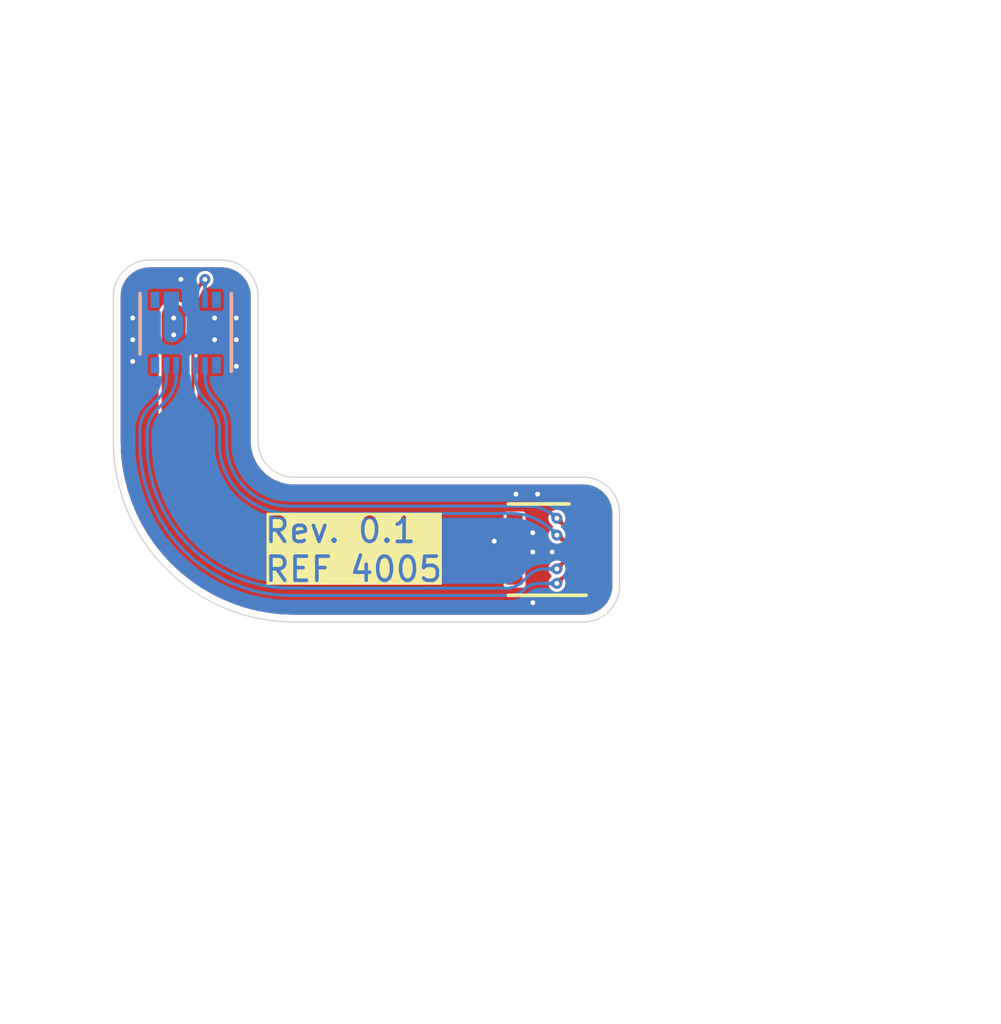
<source format=kicad_pcb>
(kicad_pcb (version 20221018) (generator pcbnew)
  (layers (0 "F.Cu" signal) (31 "B.Cu" signal) (34 "B.Paste" user) (35 "F.Paste" user) (36 "B.SilkS" user "B.Silkscreen") (37 "F.SilkS" user "F.Silkscreen") (38 "B.Mask" user) (39 "F.Mask" user) (44 "Edge.Cuts" user))
  (net 0 "")
  (net 1 "3V3_SBY")
  (net 2 "GND")
  (net 3 "/AUX_I2C_SDA")
  (net 4 "/AUX_I2C_SCL")
  (net 5 "/~{SYSCON_BOOTSEL}")
  (net 6 "/TS+")
  (net 7 "/TS-")
  (footprint "PS2:DF40C-10DP-0.4V51_HIR" (layer "F.Cu") (at 109.9 134.9 -90)
    (fp_text reference "J103" hide)
    (fp_text value "TO_GAMEPAD")
    (fp_line (start -1.8923 -0.9) (end -1.8923 1.6129) (stroke (width 0.1524)) (layer "F.SilkS"))
    (fp_line (start 1.8923 1.6129) (end 1.8923 -1.6129) (stroke (width 0.1524)) (layer "F.SilkS"))
    (pad "1" smd rect (at -0.800001 -1.355001 270) (size 0.2286 0.6604) (layers "F.Cu" "F.Paste" "F.Mask") (net 3 "/AUX_I2C_SDA"))
    (pad "2" smd rect (at -0.800001 1.355001 270) (size 0.2286 0.6604) (layers "F.Cu" "F.Paste" "F.Mask") (net 5 "/~{SYSCON_BOOTSEL}"))
    (pad "3" smd rect (at -0.399999 -1.355001 270) (size 0.2286 0.6604) (layers "F.Cu" "F.Paste" "F.Mask") (net 4 "/AUX_I2C_SCL"))
    (pad "4" smd rect (at -0.399999 1.355001 270) (size 0.2286 0.6604) (layers "F.Cu" "F.Paste" "F.Mask") (net 2 "GND"))
    (pad "5" smd rect (at 0 -1.355001 270) (size 0.2286 0.6604) (layers "F.Cu" "F.Paste" "F.Mask") (net 2 "GND"))
    (pad "6" smd rect (at 0 1.355001 270) (size 0.2286 0.6604) (layers "F.Cu" "F.Paste" "F.Mask") (net 2 "GND"))
    (pad "7" smd rect (at 0.399999 -1.355001 270) (size 0.2286 0.6604) (layers "F.Cu" "F.Paste" "F.Mask") (net 6 "/TS+"))
    (pad "8" smd rect (at 0.399999 1.355001 270) (size 0.2286 0.6604) (layers "F.Cu" "F.Paste" "F.Mask") (net 1 "3V3_SBY"))
    (pad "9" smd rect (at 0.800001 -1.355001 270) (size 0.2286 0.6604) (layers "F.Cu" "F.Paste" "F.Mask") (net 7 "/TS-"))
    (pad "10" smd rect (at 0.800001 1.355001 270) (size 0.2286 0.6604) (layers "F.Cu" "F.Paste" "F.Mask") (net 1 "3V3_SBY"))
    (pad "S1" smd rect (at -1.274999 -1.355001 270) (size 0.3556 0.6604) (layers "F.Cu" "F.Paste" "F.Mask"))
    (pad "S2" smd rect (at -1.274999 1.355001 270) (size 0.3556 0.6604) (layers "F.Cu" "F.Paste" "F.Mask"))
    (pad "S3" smd rect (at 1.274999 -1.355001 270) (size 0.3556 0.6604) (layers "F.Cu" "F.Paste" "F.Mask"))
    (pad "S4" smd rect (at 1.274999 1.355001 270) (size 0.3556 0.6604) (layers "F.Cu" "F.Paste" "F.Mask"))
  )
  (footprint "PS2:DF40C-10DP-0.4V51_HIR" (layer "B.Cu") (at 94.9 125.9)
    (fp_text reference "J101" hide)
    (fp_text value "TO_PS2")
    (fp_line (start -1.8923 0.9) (end -1.8923 -1.6129) (stroke (width 0.1524)) (layer "B.SilkS"))
    (fp_line (start 1.8923 -1.6129) (end 1.8923 1.6129) (stroke (width 0.1524)) (layer "B.SilkS"))
    (pad "1" smd rect (at -0.800001 1.355001) (size 0.2286 0.6604) (layers "B.Cu" "B.Paste" "B.Mask") (net 7 "/TS-"))
    (pad "2" smd rect (at -0.800001 -1.355001) (size 0.2286 0.6604) (layers "B.Cu" "B.Paste" "B.Mask") (net 1 "3V3_SBY"))
    (pad "3" smd rect (at -0.399999 1.355001) (size 0.2286 0.6604) (layers "B.Cu" "B.Paste" "B.Mask") (net 6 "/TS+"))
    (pad "4" smd rect (at -0.399999 -1.355001) (size 0.2286 0.6604) (layers "B.Cu" "B.Paste" "B.Mask") (net 1 "3V3_SBY"))
    (pad "5" smd rect (at 0 1.355001) (size 0.2286 0.6604) (layers "B.Cu" "B.Paste" "B.Mask") (net 2 "GND"))
    (pad "6" smd rect (at 0 -1.355001) (size 0.2286 0.6604) (layers "B.Cu" "B.Paste" "B.Mask") (net 2 "GND"))
    (pad "7" smd rect (at 0.399999 1.355001) (size 0.2286 0.6604) (layers "B.Cu" "B.Paste" "B.Mask") (net 4 "/AUX_I2C_SCL"))
    (pad "8" smd rect (at 0.399999 -1.355001) (size 0.2286 0.6604) (layers "B.Cu" "B.Paste" "B.Mask") (net 2 "GND"))
    (pad "9" smd rect (at 0.800001 1.355001) (size 0.2286 0.6604) (layers "B.Cu" "B.Paste" "B.Mask") (net 3 "/AUX_I2C_SDA"))
    (pad "10" smd rect (at 0.800001 -1.355001) (size 0.2286 0.6604) (layers "B.Cu" "B.Paste" "B.Mask") (net 5 "/~{SYSCON_BOOTSEL}"))
    (pad "S1" smd rect (at -1.274999 1.355001) (size 0.3556 0.6604) (layers "B.Cu" "B.Paste" "B.Mask"))
    (pad "S2" smd rect (at -1.274999 -1.355001) (size 0.3556 0.6604) (layers "B.Cu" "B.Paste" "B.Mask"))
    (pad "S3" smd rect (at 1.274999 1.355001) (size 0.3556 0.6604) (layers "B.Cu" "B.Paste" "B.Mask"))
    (pad "S4" smd rect (at 1.274999 -1.355001) (size 0.3556 0.6604) (layers "B.Cu" "B.Paste" "B.Mask"))
  )
  (gr_line (start 112.901208 133.4) (end 112.901208 136.4) (stroke (width 0.05)) (layer "Edge.Cuts"))
  (gr_arc (start 99.398791 137.9) (mid 94.09549 135.703301) (end 91.898791 130.4) (stroke (width 0.05)) (layer "Edge.Cuts"))
  (gr_line (start 111.401208 137.9) (end 99.398791 137.9) (stroke (width 0.05)) (layer "Edge.Cuts"))
  (gr_line (start 91.898791 130.4) (end 91.898791 124.4) (stroke (width 0.05)) (layer "Edge.Cuts"))
  (gr_line (start 93.398791 122.9) (end 96.398791 122.9) (stroke (width 0.05)) (layer "Edge.Cuts"))
  (gr_line (start 111.401208 131.9) (end 99.398791 131.9) (stroke (width 0.05)) (layer "Edge.Cuts"))
  (gr_arc (start 91.898791 124.4) (mid 92.338131 123.33934) (end 93.398791 122.9) (stroke (width 0.05)) (layer "Edge.Cuts"))
  (gr_arc (start 111.401208 131.9) (mid 112.461857 132.339346) (end 112.901208 133.4) (stroke (width 0.05)) (layer "Edge.Cuts"))
  (gr_arc (start 112.901208 136.4) (mid 112.461869 137.460666) (end 111.401208 137.9) (stroke (width 0.05)) (layer "Edge.Cuts"))
  (gr_line (start 97.898791 130.4) (end 97.898791 124.4) (stroke (width 0.05)) (layer "Edge.Cuts"))
  (gr_arc (start 96.398791 122.9) (mid 97.459451 123.33934) (end 97.898791 124.4) (stroke (width 0.05)) (layer "Edge.Cuts"))
  (gr_arc (start 99.398791 131.9) (mid 98.338131 131.46066) (end 97.898791 130.4) (stroke (width 0.05)) (layer "Edge.Cuts"))
  (gr_text "Rev. 0.1\nREF 4005" (at 98.1 136.3) (layer "F.SilkS" knockout) (effects (font (size 1 1)) (justify left bottom)))
  (gr_text "" (at 87.195899 152.755289) (layer "Edge.Cuts") (effects (font (size 4.83362 3.04518) (thickness 0.604202)) (justify left top)))
  (segment (start 94.4 126) (end 94.4 130.240836) (width 1) (layer "F.Cu") (net 1))
  (segment (start 99.559164 135.4) (end 107.3 135.4) (width 1) (layer "F.Cu") (net 1))
  (segment (start 94.4 126) (end 94.4 125.2) (width 1) (layer "F.Cu") (net 1))
  (via (at 94.4 126) (size 0.45) (drill 0.2) (layers "F.Cu" "B.Cu") (net 1))
  (via (at 94.4 125.3) (size 0.45) (drill 0.2) (layers "F.Cu" "B.Cu") (net 1))
  (arc (start 94.4 130.240836) (mid 95.911095 133.888905) (end 99.559164 135.4) (width 1) (layer "F.Cu") (net 1))
  (via (at 92.7 127.1) (size 0.45) (drill 0.2) (layers "F.Cu" "B.Cu") (net 2))
  (via (at 109.3 135) (size 0.45) (drill 0.2) (layers "F.Cu" "B.Cu") (net 2))
  (via (at 92.7 126.2) (size 0.45) (drill 0.2) (layers "F.Cu" "B.Cu") (net 2))
  (via (at 92.7 125.3) (size 0.45) (drill 0.2) (layers "F.Cu" "B.Cu") (net 2))
  (via (at 96.1 126.2) (size 0.45) (drill 0.2) (layers "F.Cu" "B.Cu") (net 2))
  (via (at 107.7 134.55) (size 0.45) (drill 0.2) (layers "F.Cu" "B.Cu") (net 2))
  (via (at 109.3 134.2) (size 0.45) (drill 0.2) (layers "F.Cu" "B.Cu") (net 2))
  (via (at 108.6 132.6) (size 0.45) (drill 0.2) (layers "F.Cu" "B.Cu") (net 2))
  (via (at 109.3 137.1) (size 0.45) (drill 0.2) (layers "F.Cu" "B.Cu") (net 2))
  (via (at 97 126.2) (size 0.45) (drill 0.2) (layers "F.Cu" "B.Cu") (net 2))
  (via (at 97 127.3) (size 0.45) (drill 0.2) (layers "F.Cu" "B.Cu") (net 2))
  (via (at 96.1 125.3) (size 0.45) (drill 0.2) (layers "F.Cu" "B.Cu") (net 2))
  (via (at 109.5 132.6) (size 0.45) (drill 0.2) (layers "F.Cu" "B.Cu") (net 2))
  (via (at 94.7 123.7) (size 0.45) (drill 0.2) (layers "F.Cu" "B.Cu") (net 2))
  (via (at 97 125.3) (size 0.45) (drill 0.2) (layers "F.Cu" "B.Cu") (net 2))
  (via (at 110.1 135) (size 0.45) (drill 0.2) (layers "F.Cu" "B.Cu") (net 2))
  (segment (start 110.3 133.6) (end 110.799999 134.099999) (width 0.125) (layer "F.Cu") (net 3))
  (segment (start 110.799999 134.099999) (end 111.255001 134.099999) (width 0.125) (layer "F.Cu") (net 3))
  (via (at 110.3 133.6) (size 0.45) (drill 0.2) (layers "F.Cu" "B.Cu") (net 3))
  (segment (start 96.6 129.872789) (end 96.6 130.498843) (width 0.125) (layer "B.Cu") (net 3))
  (segment (start 95.700001 127.255001) (end 95.700001 127.7) (width 0.125) (layer "B.Cu") (net 3))
  (segment (start 99.201157 133.1) (end 109.092906 133.1) (width 0.125) (layer "B.Cu") (net 3))
  (arc (start 95.700001 127.7) (mid 95.810264 128.254329) (end 96.124266 128.724266) (width 0.125) (layer "B.Cu") (net 3))
  (arc (start 96.6 130.498843) (mid 97.361861 132.338139) (end 99.201157 133.1) (width 0.125) (layer "B.Cu") (net 3))
  (arc (start 96.124266 128.724266) (mid 96.47636 129.251212) (end 96.6 129.872789) (width 0.125) (layer "B.Cu") (net 3))
  (arc (start 109.092906 133.1) (mid 109.746176 133.229943) (end 110.3 133.6) (width 0.125) (layer "B.Cu") (net 3))
  (segment (start 110.500001 134.500001) (end 111.255001 134.500001) (width 0.125) (layer "F.Cu") (net 4))
  (segment (start 110.3 134.3) (end 110.500001 134.500001) (width 0.125) (layer "F.Cu") (net 4))
  (via (at 110.3 134.3) (size 0.45) (drill 0.2) (layers "F.Cu" "B.Cu") (net 4))
  (segment (start 110.107107 134.107107) (end 110.3 134.3) (width 0.125) (layer "B.Cu") (net 4))
  (segment (start 95.85 128.85) (end 95.724262 128.724263) (width 0.125) (layer "B.Cu") (net 4))
  (segment (start 108.4 133.4) (end 99.2 133.4) (width 0.125) (layer "B.Cu") (net 4))
  (segment (start 95.299999 127.7) (end 95.299999 127.255001) (width 0.125) (layer "B.Cu") (net 4))
  (segment (start 96.302645 130.675258) (end 96.302645 129.942781) (width 0.125) (layer "B.Cu") (net 4))
  (arc (start 96.302645 129.942781) (mid 96.185006 129.351372) (end 95.85 128.85) (width 0.125) (layer "B.Cu") (net 4))
  (arc (start 99.2 133.4) (mid 97.211886 132.611224) (end 96.302645 130.675258) (width 0.125) (layer "B.Cu") (net 4))
  (arc (start 108.4 133.4) (mid 109.32388 133.583771) (end 110.107107 134.107107) (width 0.125) (layer "B.Cu") (net 4))
  (arc (start 95.724262 128.724263) (mid 95.410261 128.254327) (end 95.299999 127.7) (width 0.125) (layer "B.Cu") (net 4))
  (segment (start 99.565343 134.6) (end 106.217158 134.6) (width 0.125) (layer "F.Cu") (net 5))
  (segment (start 95.2 124.907106) (end 95.2 130.234657) (width 0.125) (layer "F.Cu") (net 5))
  (segment (start 106.7 134.4) (end 106.787869 134.312131) (width 0.125) (layer "F.Cu") (net 5))
  (segment (start 107.3 134.099999) (end 108.544999 134.099999) (width 0.125) (layer "F.Cu") (net 5))
  (via (at 95.7 123.7) (size 0.45) (drill 0.2) (layers "F.Cu" "B.Cu") (net 5))
  (arc (start 95.2 130.234657) (mid 96.478579 133.321421) (end 99.565343 134.6) (width 0.125) (layer "F.Cu") (net 5))
  (arc (start 106.217158 134.6) (mid 106.47847 134.548022) (end 106.7 134.4) (width 0.125) (layer "F.Cu") (net 5))
  (arc (start 95.7 123.7) (mid 95.329946 124.253825) (end 95.2 124.907106) (width 0.125) (layer "F.Cu") (net 5))
  (arc (start 106.787869 134.312131) (mid 107.022836 134.155131) (end 107.3 134.099999) (width 0.125) (layer "F.Cu") (net 5))
  (segment (start 95.7 123.7) (end 95.7 124.544998) (width 0.125) (layer "B.Cu") (net 5))
  (arc (start 95.7 124.544998) (mid 95.7 124.544999) (end 95.700001 124.544999) (width 0.125) (layer "B.Cu") (net 5))
  (segment (start 110.3 135.7) (end 110.700001 135.299999) (width 0.125) (layer "F.Cu") (net 6))
  (segment (start 110.700001 135.299999) (end 111.255001 135.299999) (width 0.125) (layer "F.Cu") (net 6))
  (via (at 110.3 135.7) (size 0.45) (drill 0.2) (layers "F.Cu" "B.Cu") (net 6))
  (segment (start 93.9 128.9) (end 93.7 129.1) (width 0.125) (layer "B.Cu") (net 6))
  (segment (start 99.30579 136.5) (end 108.189614 136.5) (width 0.125) (layer "B.Cu") (net 6))
  (segment (start 109.753553 135.7) (end 110.3 135.7) (width 0.125) (layer "B.Cu") (net 6))
  (segment (start 94.075738 128.724263) (end 93.9 128.9) (width 0.125) (layer "B.Cu") (net 6))
  (segment (start 108.890187 136.209813) (end 109.15 135.95) (width 0.125) (layer "B.Cu") (net 6))
  (segment (start 93.3 130.065685) (end 93.3 130.49421) (width 0.125) (layer "B.Cu") (net 6))
  (segment (start 94.500001 127.255001) (end 94.500001 127.7) (width 0.125) (layer "B.Cu") (net 6))
  (arc (start 93.7 129.1) (mid 93.403957 129.54306) (end 93.3 130.065685) (width 0.125) (layer "B.Cu") (net 6))
  (arc (start 94.500001 127.7) (mid 94.389739 128.254327) (end 94.075738 128.724263) (width 0.125) (layer "B.Cu") (net 6))
  (arc (start 93.3 130.49421) (mid 95.059055 134.740945) (end 99.30579 136.5) (width 0.125) (layer "B.Cu") (net 6))
  (arc (start 108.189614 136.5) (mid 108.568761 136.424583) (end 108.890187 136.209813) (width 0.125) (layer "B.Cu") (net 6))
  (arc (start 109.15 135.95) (mid 109.426912 135.764973) (end 109.753553 135.7) (width 0.125) (layer "B.Cu") (net 6))
  (segment (start 110.3 136.3) (end 110.899999 135.700001) (width 0.125) (layer "F.Cu") (net 7))
  (segment (start 110.899999 135.700001) (end 111.255001 135.700001) (width 0.125) (layer "F.Cu") (net 7))
  (via (at 110.3 136.3) (size 0.45) (drill 0.2) (layers "F.Cu" "B.Cu") (net 7))
  (segment (start 93 129.965685) (end 93 130.5) (width 0.125) (layer "B.Cu") (net 7))
  (segment (start 109.553586 136.3) (end 110.3 136.3) (width 0.125) (layer "B.Cu") (net 7))
  (segment (start 93.75 128.65) (end 93.4 129) (width 0.125) (layer "B.Cu") (net 7))
  (segment (start 94.099999 127.255001) (end 94.099999 127.805028) (width 0.125) (layer "B.Cu") (net 7))
  (segment (start 99.3 136.8) (end 108.346447 136.8) (width 0.125) (layer "B.Cu") (net 7))
  (arc (start 108.95 136.55) (mid 109.226915 136.364979) (end 109.553586 136.3) (width 0.125) (layer "B.Cu") (net 7))
  (arc (start 93.4 129) (mid 93.103957 129.44306) (end 93 129.965685) (width 0.125) (layer "B.Cu") (net 7))
  (arc (start 108.346447 136.8) (mid 108.673088 136.735027) (end 108.95 136.55) (width 0.125) (layer "B.Cu") (net 7))
  (arc (start 94.099999 127.805028) (mid 94.009037 128.262323) (end 93.75 128.65) (width 0.125) (layer "B.Cu") (net 7))
  (arc (start 93 130.5) (mid 94.845227 134.954773) (end 99.3 136.8) (width 0.125) (layer "B.Cu") (net 7))
  (zone (net 1) (net_name "3V3_SBY") (layer "F.Cu") (priority 1) (connect_pads yes (clearance 0.125)) (min_thickness 0.125) (fill yes (thermal_gap 0.5) (thermal_bridge_width 0.5) (smoothing fillet) (radius 0.3))
    (polygon (pts (xy 108.9 135.9) (xy 107 135.9) (xy 107 134.9) (xy 107.8 134.9) (xy 108.1 135.2) (xy 108.9 135.2)))
  )
  (zone (net 2) (net_name "GND") (layers "F&B.Cu") (connect_pads yes (clearance 0.125)) (min_thickness 0.125) (fill yes (thermal_gap 0.5) (thermal_bridge_width 0.5))
    (polygon (pts (xy 91 122.3) (xy 91 139.5) (xy 113.8 139.5) (xy 113.8 122.3)))
  )
  (zone (net 1) (net_name "3V3_SBY") (layer "B.Cu") (priority 2) (connect_pads yes (clearance 0.125)) (min_thickness 0.125) (fill yes (thermal_gap 0.5) (thermal_bridge_width 0.5) (smoothing fillet) (radius 0.3))
    (polygon (pts (xy 94 124.2) (xy 94 126.3) (xy 94.5 126.3) (xy 94.8 126) (xy 94.8 125.2) (xy 94.6 125) (xy 94.6 124.2)))
  )
)
</source>
